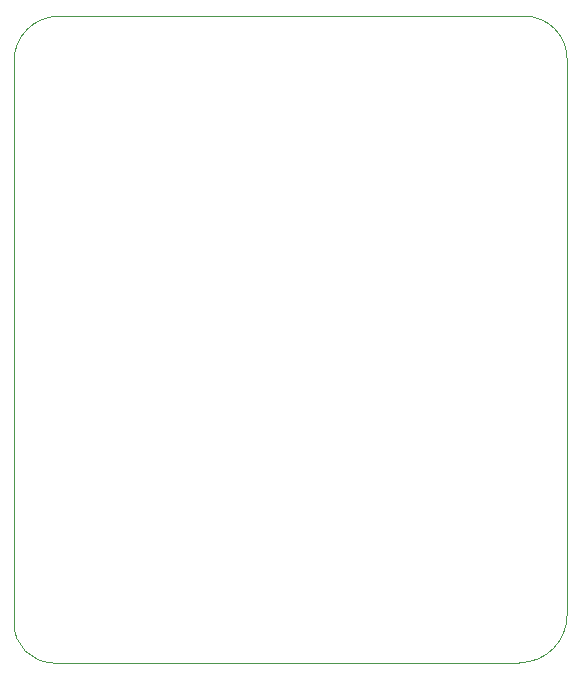
<source format=gbr>
G04*
G04 #@! TF.GenerationSoftware,Altium Limited,Altium Designer,23.3.1 (30)*
G04*
G04 Layer_Color=0*
%FSLAX25Y25*%
%MOIN*%
G70*
G04*
G04 #@! TF.SameCoordinates,9E9A1B20-5B00-4279-B210-449FD35A5861*
G04*
G04*
G04 #@! TF.FilePolarity,Positive*
G04*
G01*
G75*
%ADD78C,0.00100*%
D78*
X117500Y108000D02*
X272997Y108000D01*
D02*
G03*
X288862Y123864I0J15865D01*
G01*
X288862Y309278D01*
D02*
G03*
X274640Y323500I-14221J0D01*
G01*
X119500Y323500D01*
D02*
G03*
X104500Y308500I-0J-14999D01*
G01*
Y121000D01*
D02*
G03*
X117500Y108000I13000J-0D01*
G01*
M02*

</source>
